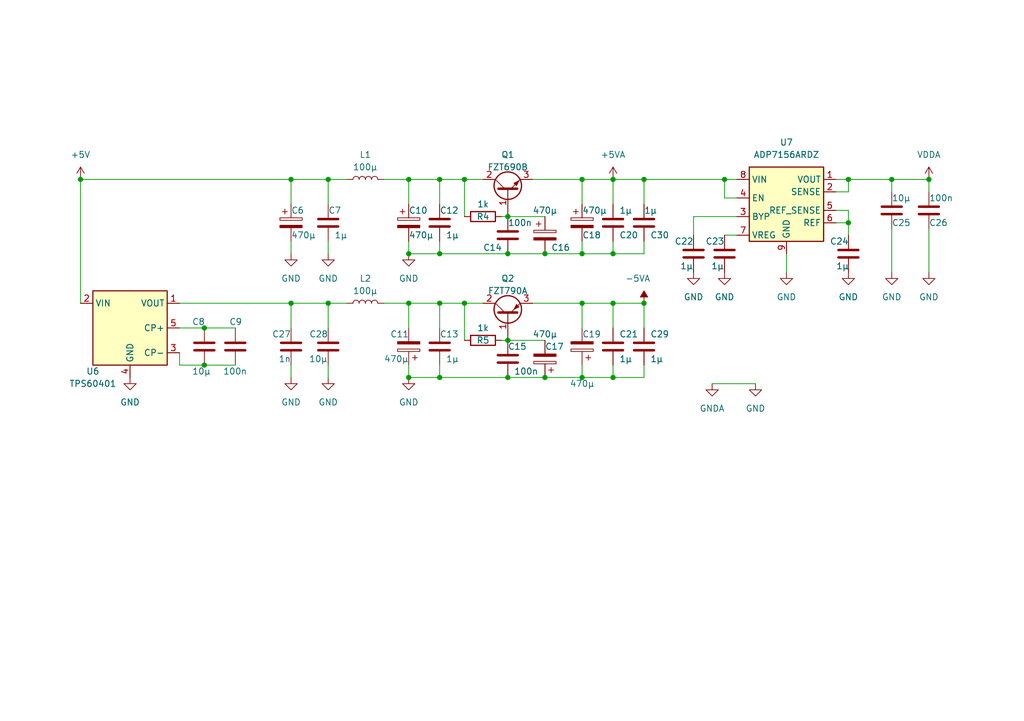
<source format=kicad_sch>
(kicad_sch (version 20230121) (generator eeschema)
  (paper "A5")
  (title_block (title "MISRC") (date "2024-01-13") (rev "0.0.6") (comment 1 "Power supply"))
  (lib_symbols
    (symbol "Device:C" (pin_numbers hide) (pin_names (offset 0.254))
      (property "Reference" "C" (at 0.635 2.54 0))
      (property "Value" "C" (at 0.635 -2.54 0))
      (symbol "C_0_1"
        (polyline (pts (xy -2.032 -0.762) (xy 2.032 -0.762)) (stroke (width 0.508)))
        (polyline (pts (xy -2.032 0.762) (xy 2.032 0.762)) (stroke (width 0.508)))
      )
      (symbol "C_1_1"
        (pin passive line (at 0 3.81 270) (length 2.794) (name "~") (number "1"))
        (pin passive line (at 0 -3.81 90) (length 2.794) (name "~") (number "2"))
      )
    )
    (symbol "Device:C_Polarized" (pin_numbers hide) (pin_names (offset 0.254))
      (property "Reference" "C" (at 0.635 2.54 0))
      (property "Value" "C_Polarized" (at 0.635 -2.54 0))
      (symbol "C_Polarized_0_1"
        (rectangle (start -2.286 0.508) (end 2.286 1.016))
        (polyline (pts (xy -1.778 2.286) (xy -0.762 2.286)))
        (polyline (pts (xy -1.27 2.794) (xy -1.27 1.778)))
        (rectangle (start 2.286 -0.508) (end -2.286 -1.016) (fill (type outline)))
      )
      (symbol "C_Polarized_1_1"
        (pin passive line (at 0 3.81 270) (length 2.794) (name "~") (number "1"))
        (pin passive line (at 0 -3.81 90) (length 2.794) (name "~") (number "2"))
      )
    )
    (symbol "Device:L" (pin_numbers hide) (pin_names (offset 1.016) hide)
      (property "Reference" "L" (at -1.27 0 90))
      (property "Value" "L" (at 1.905 0 90))
      (symbol "L_0_1"
        (arc (start 0 -2.54) (mid 0.6323 -1.905) (end 0 -1.27))
        (arc (start 0 -1.27) (mid 0.6323 -0.635) (end 0 0))
        (arc (start 0 0) (mid 0.6323 0.635) (end 0 1.27))
        (arc (start 0 1.27) (mid 0.6323 1.905) (end 0 2.54))
      )
      (symbol "L_1_1"
        (pin passive line (at 0 3.81 270) (length 1.27) (name "1") (number "1"))
        (pin passive line (at 0 -3.81 90) (length 1.27) (name "2") (number "2"))
      )
    )
    (symbol "Device:Q_NPN_BCE" (pin_names (offset 0) hide)
      (property "Reference" "Q" (at 5.08 1.27 0))
      (property "Value" "Q_NPN_BCE" (at 5.08 -1.27 0))
      (symbol "Q_NPN_BCE_0_1"
        (polyline (pts (xy 0.635 0.635) (xy 2.54 2.54)))
        (polyline (pts (xy 0.635 -0.635) (xy 2.54 -2.54) (xy 2.54 -2.54)))
        (polyline (pts (xy 0.635 1.905) (xy 0.635 -1.905) (xy 0.635 -1.905)) (stroke (width 0.508)))
        (polyline (pts (xy 1.27 -1.778) (xy 1.778 -1.27) (xy 2.286 -2.286) (xy 1.27 -1.778) (xy 1.27 -1.778)) (fill (type outline)))
        (circle (center 1.27 0) (radius 2.8194) (stroke (width 0.254)))
      )
      (symbol "Q_NPN_BCE_1_1"
        (pin input line (at -5.08 0 0) (length 5.715) (name "B") (number "1"))
        (pin passive line (at 2.54 5.08 270) (length 2.54) (name "C") (number "2"))
        (pin passive line (at 2.54 -5.08 90) (length 2.54) (name "E") (number "3"))
      )
    )
    (symbol "Device:Q_PNP_BCE" (pin_names (offset 0) hide)
      (property "Reference" "Q" (at 5.08 1.27 0))
      (property "Value" "Q_PNP_BCE" (at 5.08 -1.27 0))
      (symbol "Q_PNP_BCE_0_1"
        (polyline (pts (xy 0.635 0.635) (xy 2.54 2.54)))
        (polyline (pts (xy 0.635 -0.635) (xy 2.54 -2.54) (xy 2.54 -2.54)))
        (polyline (pts (xy 0.635 1.905) (xy 0.635 -1.905) (xy 0.635 -1.905)) (stroke (width 0.508)))
        (polyline (pts (xy 2.286 -1.778) (xy 1.778 -2.286) (xy 1.27 -1.27) (xy 2.286 -1.778) (xy 2.286 -1.778)) (fill (type outline)))
        (circle (center 1.27 0) (radius 2.8194) (stroke (width 0.254)))
      )
      (symbol "Q_PNP_BCE_1_1"
        (pin input line (at -5.08 0 0) (length 5.715) (name "B") (number "1"))
        (pin passive line (at 2.54 5.08 270) (length 2.54) (name "C") (number "2"))
        (pin passive line (at 2.54 -5.08 90) (length 2.54) (name "E") (number "3"))
      )
    )
    (symbol "Device:R" (pin_numbers hide) (pin_names (offset 0))
      (property "Reference" "R" (at 2.032 0 90))
      (property "Value" "R" (at 0 0 90))
      (symbol "R_0_1"
        (rectangle (start -1.016 -2.54) (end 1.016 2.54) (stroke (width 0.254)))
      )
      (symbol "R_1_1"
        (pin passive line (at 0 3.81 270) (length 1.27) (name "~") (number "1"))
        (pin passive line (at 0 -3.81 90) (length 1.27) (name "~") (number "2"))
      )
    )
    (symbol "adp7156:ADP7156ARDZ"
      (property "Reference" "U" (at 0 12.7 0))
      (property "Value" "ADP7156ARDZ" (at 0 8.89 0))
      (symbol "ADP7156ARDZ_0_1"
        (rectangle (start -7.62 7.62) (end 7.62 -7.62) (stroke (width 0.254)) (fill (type background)))
      )
      (symbol "ADP7156ARDZ_1_1"
        (pin power_out line (at 10.16 5.08 180) (length 2.54) (name "VOUT") (number "1"))
        (pin power_out line (at 10.16 2.54 180) (length 2.54) (name "SENSE") (number "2"))
        (pin input line (at -10.16 -2.54 0) (length 2.54) (name "BYP") (number "3"))
        (pin power_in line (at -10.16 1.27 0) (length 2.54) (name "EN") (number "4"))
        (pin input line (at 10.16 -1.27 180) (length 2.54) (name "REF_SENSE") (number "5"))
        (pin input line (at 10.16 -3.81 180) (length 2.54) (name "REF") (number "6"))
        (pin power_in line (at -10.16 -6.35 0) (length 2.54) (name "VREG") (number "7"))
        (pin power_in line (at -10.16 5.08 0) (length 2.54) (name "VIN") (number "8"))
        (pin power_in line (at 0 -10.16 90) (length 2.54) (name "GND") (number "9"))
      )
    )
    (symbol "power:+5V" (power) (pin_names (offset 0))
      (property "Value" "+5V" (at 0 3.556 0))
      (symbol "+5V_0_1"
        (polyline (pts (xy -0.762 1.27) (xy 0 2.54)))
        (polyline (pts (xy 0 0) (xy 0 2.54)))
        (polyline (pts (xy 0 2.54) (xy 0.762 1.27)))
      )
      (symbol "+5V_1_1"
        (pin power_in line (at 0 0 90) (length 0) hide (name "+5V") (number "1"))
      )
    )
    (symbol "power:+5VA" (power) (pin_names (offset 0))
      (property "Value" "+5VA" (at 0 3.556 0))
      (symbol "+5VA_0_1"
        (polyline (pts (xy -0.762 1.27) (xy 0 2.54)))
        (polyline (pts (xy 0 0) (xy 0 2.54)))
        (polyline (pts (xy 0 2.54) (xy 0.762 1.27)))
      )
      (symbol "+5VA_1_1"
        (pin power_in line (at 0 0 90) (length 0) hide (name "+5VA") (number "1"))
      )
    )
    (symbol "power:-5VA" (power) (pin_names (offset 0))
      (property "Value" "-5VA" (at 0 3.81 0))
      (symbol "-5VA_0_0"
        (pin power_in line (at 0 0 90) (length 0) hide (name "-5VA") (number "1"))
      )
      (symbol "-5VA_0_1"
        (polyline (pts (xy 0 0) (xy 0 1.27) (xy 0.762 1.27) (xy 0 2.54) (xy -0.762 1.27) (xy 0 1.27)) (fill (type outline)))
      )
    )
    (symbol "power:GND" (power) (pin_names (offset 0))
      (property "Value" "GND" (at 0 -3.81 0))
      (symbol "GND_0_1"
        (polyline (pts (xy 0 0) (xy 0 -1.27) (xy 1.27 -1.27) (xy 0 -2.54) (xy -1.27 -1.27) (xy 0 -1.27)))
      )
      (symbol "GND_1_1"
        (pin power_in line (at 0 0 270) (length 0) hide (name "GND") (number "1"))
      )
    )
    (symbol "power:GNDA" (power) (pin_names (offset 0))
      (property "Value" "GNDA" (at 0 -3.81 0))
      (symbol "GNDA_0_1"
        (polyline (pts (xy 0 0) (xy 0 -1.27) (xy 1.27 -1.27) (xy 0 -2.54) (xy -1.27 -1.27) (xy 0 -1.27)))
      )
      (symbol "GNDA_1_1"
        (pin power_in line (at 0 0 270) (length 0) hide (name "GNDA") (number "1"))
      )
    )
    (symbol "power:VDDA" (power) (pin_names (offset 0))
      (property "Value" "VDDA" (at 0 3.81 0))
      (symbol "VDDA_0_1"
        (polyline (pts (xy -0.762 1.27) (xy 0 2.54)))
        (polyline (pts (xy 0 0) (xy 0 2.54)))
        (polyline (pts (xy 0 2.54) (xy 0.762 1.27)))
      )
      (symbol "VDDA_1_1"
        (pin power_in line (at 0 0 90) (length 0) hide (name "VDDA") (number "1"))
      )
    )
    (symbol "tps6040x:TPS6040x"
      (property "Reference" "U" (at -7.62 10.16 0))
      (property "Value" "TPS6040x" (at 5.08 10.16 0))
      (symbol "TPS6040x_0_1"
        (rectangle (start -7.62 7.62) (end 7.62 -7.62) (stroke (width 0.254)) (fill (type background)))
      )
      (symbol "TPS6040x_1_1"
        (pin power_out line (at 10.16 5.08 180) (length 2.54) (name "VOUT") (number "1"))
        (pin power_in line (at -10.16 5.08 0) (length 2.54) (name "VIN") (number "2"))
        (pin passive line (at 10.16 -5.08 180) (length 2.54) (name "CP-") (number "3"))
        (pin power_in line (at 0 -10.16 90) (length 2.54) (name "GND") (number "4"))
        (pin passive line (at 10.16 0 180) (length 2.54) (name "CP+") (number "5"))
      )
    )
  )
  (junction (at 41.91 74.93))
  (junction (at 59.69 62.23))
  (junction (at 125.73 77.47))
  (junction (at 104.14 52.07))
  (junction (at 104.14 77.47))
  (junction (at 41.91 67.31))
  (junction (at 83.82 77.47))
  (junction (at 119.38 36.83))
  (junction (at 67.31 62.23))
  (junction (at 132.08 62.23))
  (junction (at 104.14 69.85))
  (junction (at 190.5 36.83))
  (junction (at 119.38 52.07))
  (junction (at 67.31 36.83))
  (junction (at 95.25 36.83))
  (junction (at 132.08 36.83))
  (junction (at 83.82 62.23))
  (junction (at 119.38 77.47))
  (junction (at 90.17 36.83))
  (junction (at 182.88 36.83))
  (junction (at 16.51 36.83))
  (junction (at 125.73 62.23))
  (junction (at 173.99 45.72))
  (junction (at 173.99 36.83))
  (junction (at 104.14 44.45))
  (junction (at 125.73 52.07))
  (junction (at 83.82 36.83))
  (junction (at 148.59 36.83))
  (junction (at 111.76 52.07))
  (junction (at 125.73 36.83))
  (junction (at 90.17 52.07))
  (junction (at 90.17 77.47))
  (junction (at 95.25 62.23))
  (junction (at 111.76 77.47))
  (junction (at 83.82 52.07))
  (junction (at 90.17 62.23))
  (junction (at 59.69 36.83))
  (junction (at 119.38 62.23))
  (wire (pts (xy 83.82 74.93) (xy 83.82 77.47)))
  (wire (pts (xy 171.45 43.18) (xy 173.99 43.18)))
  (wire (pts (xy 36.83 67.31) (xy 41.91 67.31)))
  (wire (pts (xy 83.82 77.47) (xy 90.17 77.47)))
  (wire (pts (xy 36.83 62.23) (xy 59.69 62.23)))
  (wire (pts (xy 125.73 36.83) (xy 132.08 36.83)))
  (wire (pts (xy 59.69 74.93) (xy 59.69 77.47)))
  (wire (pts (xy 90.17 36.83) (xy 90.17 41.91)))
  (wire (pts (xy 95.25 36.83) (xy 99.06 36.83)))
  (wire (pts (xy 125.73 62.23) (xy 132.08 62.23)))
  (wire (pts (xy 83.82 36.83) (xy 83.82 41.91)))
  (wire (pts (xy 119.38 77.47) (xy 125.73 77.47)))
  (wire (pts (xy 132.08 52.07) (xy 132.08 49.53)))
  (wire (pts (xy 119.38 62.23) (xy 119.38 67.31)))
  (wire (pts (xy 190.5 46.99) (xy 190.5 55.88)))
  (wire (pts (xy 78.74 62.23) (xy 83.82 62.23)))
  (wire (pts (xy 83.82 62.23) (xy 83.82 67.31)))
  (wire (pts (xy 36.83 72.39) (xy 36.83 74.93)))
  (wire (pts (xy 119.38 36.83) (xy 119.38 41.91)))
  (wire (pts (xy 111.76 77.47) (xy 119.38 77.47)))
  (wire (pts (xy 59.69 62.23) (xy 59.69 67.31)))
  (wire (pts (xy 132.08 77.47) (xy 132.08 74.93)))
  (wire (pts (xy 104.14 44.45) (xy 111.76 44.45)))
  (wire (pts (xy 125.73 52.07) (xy 125.73 49.53)))
  (wire (pts (xy 109.22 36.83) (xy 119.38 36.83)))
  (wire (pts (xy 104.14 77.47) (xy 111.76 77.47)))
  (wire (pts (xy 119.38 74.93) (xy 119.38 77.47)))
  (wire (pts (xy 16.51 36.83) (xy 59.69 36.83)))
  (wire (pts (xy 125.73 77.47) (xy 125.73 74.93)))
  (wire (pts (xy 90.17 62.23) (xy 95.25 62.23)))
  (wire (pts (xy 171.45 39.37) (xy 173.99 39.37)))
  (wire (pts (xy 148.59 36.83) (xy 151.13 36.83)))
  (wire (pts (xy 90.17 62.23) (xy 90.17 67.31)))
  (wire (pts (xy 67.31 36.83) (xy 67.31 41.91)))
  (wire (pts (xy 90.17 52.07) (xy 104.14 52.07)))
  (wire (pts (xy 67.31 49.53) (xy 67.31 52.07)))
  (wire (pts (xy 59.69 36.83) (xy 59.69 41.91)))
  (wire (pts (xy 190.5 36.83) (xy 190.5 39.37)))
  (wire (pts (xy 148.59 40.64) (xy 148.59 36.83)))
  (wire (pts (xy 119.38 52.07) (xy 125.73 52.07)))
  (wire (pts (xy 182.88 36.83) (xy 182.88 39.37)))
  (wire (pts (xy 111.76 52.07) (xy 119.38 52.07)))
  (wire (pts (xy 59.69 49.53) (xy 59.69 52.07)))
  (wire (pts (xy 142.24 44.45) (xy 142.24 48.26)))
  (wire (pts (xy 148.59 48.26) (xy 151.13 48.26)))
  (wire (pts (xy 83.82 49.53) (xy 83.82 52.07)))
  (wire (pts (xy 16.51 36.83) (xy 16.51 62.23)))
  (wire (pts (xy 132.08 36.83) (xy 148.59 36.83)))
  (wire (pts (xy 95.25 62.23) (xy 99.06 62.23)))
  (wire (pts (xy 173.99 36.83) (xy 182.88 36.83)))
  (wire (pts (xy 173.99 36.83) (xy 171.45 36.83)))
  (wire (pts (xy 182.88 36.83) (xy 190.5 36.83)))
  (wire (pts (xy 161.29 55.88) (xy 161.29 52.07)))
  (wire (pts (xy 125.73 52.07) (xy 132.08 52.07)))
  (wire (pts (xy 67.31 62.23) (xy 67.31 67.31)))
  (wire (pts (xy 132.08 36.83) (xy 132.08 41.91)))
  (wire (pts (xy 102.87 69.85) (xy 104.14 69.85)))
  (wire (pts (xy 125.73 36.83) (xy 125.73 41.91)))
  (wire (pts (xy 78.74 36.83) (xy 83.82 36.83)))
  (wire (pts (xy 95.25 62.23) (xy 95.25 69.85)))
  (wire (pts (xy 171.45 45.72) (xy 173.99 45.72)))
  (wire (pts (xy 67.31 74.93) (xy 67.31 77.47)))
  (wire (pts (xy 90.17 49.53) (xy 90.17 52.07)))
  (wire (pts (xy 151.13 44.45) (xy 142.24 44.45)))
  (wire (pts (xy 67.31 36.83) (xy 71.12 36.83)))
  (wire (pts (xy 90.17 74.93) (xy 90.17 77.47)))
  (wire (pts (xy 125.73 62.23) (xy 125.73 67.31)))
  (wire (pts (xy 95.25 44.45) (xy 95.25 36.83)))
  (wire (pts (xy 41.91 74.93) (xy 36.83 74.93)))
  (wire (pts (xy 173.99 39.37) (xy 173.99 36.83)))
  (wire (pts (xy 90.17 36.83) (xy 95.25 36.83)))
  (wire (pts (xy 119.38 36.83) (xy 125.73 36.83)))
  (wire (pts (xy 109.22 62.23) (xy 119.38 62.23)))
  (wire (pts (xy 104.14 52.07) (xy 111.76 52.07)))
  (wire (pts (xy 173.99 48.26) (xy 173.99 45.72)))
  (wire (pts (xy 59.69 62.23) (xy 67.31 62.23)))
  (wire (pts (xy 182.88 46.99) (xy 182.88 55.88)))
  (wire (pts (xy 125.73 77.47) (xy 132.08 77.47)))
  (wire (pts (xy 132.08 62.23) (xy 132.08 67.31)))
  (wire (pts (xy 102.87 44.45) (xy 104.14 44.45)))
  (wire (pts (xy 173.99 43.18) (xy 173.99 45.72)))
  (wire (pts (xy 104.14 69.85) (xy 111.76 69.85)))
  (wire (pts (xy 146.05 78.74) (xy 154.94 78.74)))
  (wire (pts (xy 83.82 52.07) (xy 90.17 52.07)))
  (wire (pts (xy 119.38 62.23) (xy 125.73 62.23)))
  (wire (pts (xy 41.91 67.31) (xy 48.26 67.31)))
  (wire (pts (xy 83.82 36.83) (xy 90.17 36.83)))
  (wire (pts (xy 67.31 36.83) (xy 59.69 36.83)))
  (wire (pts (xy 151.13 40.64) (xy 148.59 40.64)))
  (wire (pts (xy 90.17 77.47) (xy 104.14 77.47)))
  (wire (pts (xy 48.26 74.93) (xy 41.91 74.93)))
  (wire (pts (xy 83.82 62.23) (xy 90.17 62.23)))
  (wire (pts (xy 67.31 62.23) (xy 71.12 62.23)))
  (wire (pts (xy 119.38 49.53) (xy 119.38 52.07)))
  (symbol (lib_id "power:GND") (at 67.31 52.07 0) (unit 1)
    (property "Reference" "#PWR030" (effects hide))
    (property "Value" "GND" (at 67.31 57.15 0))
  )
  (symbol (lib_id "Device:C") (at 125.73 71.12 0) (unit 1)
    (property "Reference" "C21" (at 127 68.58 0) (effects (justify left)))
    (property "Value" "1µ" (at 127 73.66 0) (effects (justify left)))
    (property "Footprint" "Capacitor_SMD:C_0805_2012Metric" (effects hide))
  )
  (symbol (lib_id "Device:Q_PNP_BCE") (at 104.14 64.77 90) (unit 1)
    (property "Reference" "Q2" (at 104.14 57.15 90))
    (property "Value" "FZT790A" (at 104.14 59.69 90))
    (property "Footprint" "Package_TO_SOT_SMD:SOT-223-3_TabPin2" (effects hide))
  )
  (symbol (lib_id "Device:C_Polarized") (at 111.76 73.66 180) (unit 1)
    (property "Reference" "C17" (at 111.76 71.12 0) (effects (justify right)))
    (property "Value" "470µ" (at 109.22 68.58 0) (effects (justify right)))
    (property "Footprint" "CP_radial_flat:CP_Radial_Flat_D8.0mm_P3.50mm" (effects hide))
  )
  (symbol (lib_id "Device:L") (at 74.93 62.23 90) (unit 1)
    (property "Reference" "L2" (at 74.93 57.15 90))
    (property "Value" "100µ" (at 74.93 59.69 90))
    (property "Footprint" "Inductor_SMD:L_Bourns-SRU8043" (effects hide))
  )
  (symbol (lib_id "Device:C") (at 190.5 43.18 0) (unit 1)
    (property "Reference" "C26" (at 190.5 45.72 0) (effects (justify left)))
    (property "Value" "100n" (at 190.5 40.64 0) (effects (justify left)))
    (property "Footprint" "Capacitor_SMD:C_0805_2012Metric" (effects hide))
  )
  (symbol (lib_id "Device:C") (at 41.91 71.12 0) (unit 1)
    (property "Reference" "C8" (at 39.37 66.04 0) (effects (justify left)))
    (property "Value" "10µ" (at 39.37 76.2 0) (effects (justify left)))
    (property "Footprint" "Capacitor_SMD:C_0805_2012Metric" (effects hide))
  )
  (symbol (lib_id "Device:C") (at 148.59 52.07 180) (unit 1)
    (property "Reference" "C23" (at 148.59 49.53 0) (effects (justify left)))
    (property "Value" "1µ" (at 148.59 54.61 0) (effects (justify left)))
    (property "Footprint" "Capacitor_SMD:C_0805_2012Metric" (effects hide))
  )
  (symbol (lib_id "power:GNDA") (at 146.05 78.74 0) (unit 1)
    (property "Reference" "#PWR037" (effects hide))
    (property "Value" "GNDA" (at 146.05 83.82 0))
  )
  (symbol (lib_id "adp7156:ADP7156ARDZ") (at 161.29 41.91 0) (unit 1)
    (property "Reference" "U7" (at 161.29 29.21 0))
    (property "Value" "ADP7156ARDZ" (at 161.29 31.75 0))
    (property "Footprint" "Package_SO:SOIC-8-1EP_3.9x4.9mm_P1.27mm_EP2.29x3mm" (effects hide))
    (property "Datasheet" "https://www.analog.com/media/en/technical-documentation/data-sheets/ADP7156.pdf" (effects hide))
  )
  (symbol (lib_id "Device:C") (at 90.17 71.12 0) (unit 1)
    (property "Reference" "C13" (at 90.17 68.58 0) (effects (justify left)))
    (property "Value" "1µ" (at 91.44 73.66 0) (effects (justify left)))
    (property "Footprint" "Capacitor_SMD:C_0805_2012Metric" (effects hide))
  )
  (symbol (lib_id "Device:C") (at 90.17 45.72 0) (unit 1)
    (property "Reference" "C12" (at 90.17 43.18 0) (effects (justify left)))
    (property "Value" "1µ" (at 91.44 48.26 0) (effects (justify left)))
    (property "Footprint" "Capacitor_SMD:C_0805_2012Metric" (effects hide))
  )
  (symbol (lib_id "Device:C") (at 142.24 52.07 180) (unit 1)
    (property "Reference" "C22" (at 142.24 49.53 0) (effects (justify left)))
    (property "Value" "1µ" (at 142.24 54.61 0) (effects (justify left)))
    (property "Footprint" "Capacitor_SMD:C_0805_2012Metric" (effects hide))
  )
  (symbol (lib_id "power:GND") (at 83.82 52.07 0) (unit 1)
    (property "Reference" "#PWR031" (effects hide))
    (property "Value" "GND" (at 83.82 57.15 0))
  )
  (symbol (lib_id "Device:Q_NPN_BCE") (at 104.14 39.37 90) (unit 1)
    (property "Reference" "Q1" (at 104.14 31.75 90))
    (property "Value" "FZT690B" (at 104.14 34.29 90))
    (property "Footprint" "Package_TO_SOT_SMD:SOT-223-3_TabPin2" (effects hide))
  )
  (symbol (lib_id "power:GND") (at 161.29 55.88 0) (unit 1)
    (property "Reference" "#PWR038" (effects hide))
    (property "Value" "GND" (at 161.29 60.96 0))
  )
  (symbol (lib_id "Device:C") (at 132.08 45.72 0) (unit 1)
    (property "Reference" "C30" (at 133.35 48.26 0) (effects (justify left)))
    (property "Value" "1µ" (at 132.08 43.18 0) (effects (justify left)))
    (property "Footprint" "Capacitor_SMD:C_0805_2012Metric" (effects hide))
  )
  (symbol (lib_id "power:GND") (at 59.69 77.47 0) (unit 1)
    (property "Reference" "#PWR0239" (effects hide))
    (property "Value" "GND" (at 59.69 82.55 0))
  )
  (symbol (lib_id "Device:C") (at 173.99 52.07 0) (unit 1)
    (property "Reference" "C24" (at 170.18 49.53 0) (effects (justify left)))
    (property "Value" "1µ" (at 171.45 54.61 0) (effects (justify left)))
    (property "Footprint" "Capacitor_SMD:C_0805_2012Metric" (effects hide))
  )
  (symbol (lib_id "Device:C_Polarized") (at 83.82 71.12 180) (unit 1)
    (property "Reference" "C11" (at 80.01 68.58 0) (effects (justify right)))
    (property "Value" "470µ" (at 78.74 73.66 0) (effects (justify right)))
    (property "Footprint" "CP_radial_flat:CP_Radial_FlatB_D8.0mm_P3.50mm" (effects hide))
  )
  (symbol (lib_id "power:VDDA") (at 190.5 36.83 0) (unit 1)
    (property "Reference" "#PWR042" (effects hide))
    (property "Value" "VDDA" (at 190.5 31.75 0))
  )
  (symbol (lib_id "Device:C") (at 182.88 43.18 0) (unit 1)
    (property "Reference" "C25" (at 182.88 45.72 0) (effects (justify left)))
    (property "Value" "10µ" (at 182.88 40.64 0) (effects (justify left)))
    (property "Footprint" "Capacitor_SMD:C_0805_2012Metric" (effects hide))
  )
  (symbol (lib_id "Device:C") (at 104.14 48.26 0) (unit 1)
    (property "Reference" "C14" (at 99.06 50.8 0) (effects (justify left)))
    (property "Value" "100n" (at 104.14 45.72 0) (effects (justify left)))
    (property "Footprint" "Capacitor_SMD:C_0805_2012Metric" (effects hide))
  )
  (symbol (lib_id "power:GND") (at 154.94 78.74 0) (unit 1)
    (property "Reference" "#PWR039" (effects hide))
    (property "Value" "GND" (at 154.94 83.82 0))
  )
  (symbol (lib_id "Device:C") (at 59.69 71.12 180) (unit 1)
    (property "Reference" "C27" (at 59.69 68.58 0) (effects (justify left)))
    (property "Value" "1n" (at 59.69 73.66 0) (effects (justify left)))
    (property "Footprint" "Capacitor_SMD:C_0805_2012Metric" (effects hide))
  )
  (symbol (lib_id "power:+5V") (at 16.51 36.83 0) (unit 1)
    (property "Reference" "#PWR027" (effects hide))
    (property "Value" "+5V" (at 16.51 31.75 0))
  )
  (symbol (lib_id "Device:L") (at 74.93 36.83 90) (unit 1)
    (property "Reference" "L1" (at 74.93 31.75 90))
    (property "Value" "100µ" (at 74.93 34.29 90))
    (property "Footprint" "Inductor_SMD:L_Bourns-SRU8043" (effects hide))
  )
  (symbol (lib_id "power:+5VA") (at 125.73 36.83 0) (unit 1)
    (property "Reference" "#PWR033" (effects hide))
    (property "Value" "+5VA" (at 125.73 31.75 0))
  )
  (symbol (lib_id "Device:R") (at 99.06 44.45 90) (unit 1)
    (property "Reference" "R4" (at 99.06 44.45 90))
    (property "Value" "1k" (at 99.06 41.91 90))
    (property "Footprint" "Resistor_SMD:R_0805_2012Metric" (effects hide))
  )
  (symbol (lib_id "power:GND") (at 173.99 55.88 0) (unit 1)
    (property "Reference" "#PWR040" (effects hide))
    (property "Value" "GND" (at 173.99 60.96 0))
  )
  (symbol (lib_id "Device:C") (at 67.31 71.12 180) (unit 1)
    (property "Reference" "C28" (at 67.31 68.58 0) (effects (justify left)))
    (property "Value" "10µ" (at 67.31 73.66 0) (effects (justify left)))
    (property "Footprint" "Capacitor_SMD:C_0805_2012Metric" (effects hide))
  )
  (symbol (lib_id "Device:R") (at 99.06 69.85 90) (unit 1)
    (property "Reference" "R5" (at 99.06 69.85 90))
    (property "Value" "1k" (at 99.06 67.31 90))
    (property "Footprint" "Resistor_SMD:R_0805_2012Metric" (effects hide))
  )
  (symbol (lib_id "power:GND") (at 182.88 55.88 0) (unit 1)
    (property "Reference" "#PWR041" (effects hide))
    (property "Value" "GND" (at 182.88 60.96 0))
  )
  (symbol (lib_id "power:GND") (at 59.69 52.07 0) (unit 1)
    (property "Reference" "#PWR028" (effects hide))
    (property "Value" "GND" (at 59.69 57.15 0))
  )
  (symbol (lib_id "power:GND") (at 83.82 77.47 0) (unit 1)
    (property "Reference" "#PWR032" (effects hide))
    (property "Value" "GND" (at 83.82 82.55 0))
  )
  (symbol (lib_id "Device:C_Polarized") (at 119.38 71.12 180) (unit 1)
    (property "Reference" "C19" (at 119.38 68.58 0) (effects (justify right)))
    (property "Value" "470µ" (at 116.84 78.74 0) (effects (justify right)))
    (property "Footprint" "CP_radial_flat:CP_Radial_FlatB_D8.0mm_P3.50mm" (effects hide))
  )
  (symbol (lib_id "power:GND") (at 142.24 55.88 0) (unit 1)
    (property "Reference" "#PWR035" (effects hide))
    (property "Value" "GND" (at 142.24 60.96 0))
  )
  (symbol (lib_id "Device:C") (at 104.14 73.66 0) (unit 1)
    (property "Reference" "C15" (at 104.14 71.12 0) (effects (justify left)))
    (property "Value" "100n" (at 105.41 76.2 0) (effects (justify left)))
    (property "Footprint" "Capacitor_SMD:C_0805_2012Metric" (effects hide))
  )
  (symbol (lib_id "power:GND") (at 148.59 55.88 0) (unit 1)
    (property "Reference" "#PWR036" (effects hide))
    (property "Value" "GND" (at 148.59 60.96 0))
  )
  (symbol (lib_id "Device:C") (at 125.73 45.72 0) (unit 1)
    (property "Reference" "C20" (at 127 48.26 0) (effects (justify left)))
    (property "Value" "1µ" (at 127 43.18 0) (effects (justify left)))
    (property "Footprint" "Capacitor_SMD:C_0805_2012Metric" (effects hide))
  )
  (symbol (lib_id "Device:C_Polarized") (at 119.38 45.72 0) (unit 1)
    (property "Reference" "C18" (at 119.38 48.26 0) (effects (justify left)))
    (property "Value" "470µ" (at 109.22 43.18 0) (effects (justify left)))
    (property "Footprint" "CP_radial_flat:CP_Radial_Flat_D8.0mm_P3.50mm" (effects hide))
  )
  (symbol (lib_id "Device:C") (at 67.31 45.72 0) (unit 1)
    (property "Reference" "C7" (at 67.31 43.18 0) (effects (justify left)))
    (property "Value" "1µ" (at 68.58 48.26 0) (effects (justify left)))
    (property "Footprint" "Capacitor_SMD:C_0805_2012Metric" (effects hide))
  )
  (symbol (lib_id "Device:C") (at 48.26 71.12 0) (unit 1)
    (property "Reference" "C9" (at 46.99 66.04 0) (effects (justify left)))
    (property "Value" "100n" (at 45.72 76.2 0) (effects (justify left)))
    (property "Footprint" "Capacitor_SMD:C_0805_2012Metric" (effects hide))
  )
  (symbol (lib_id "Device:C") (at 132.08 71.12 0) (unit 1)
    (property "Reference" "C29" (at 133.35 68.58 0) (effects (justify left)))
    (property "Value" "1µ" (at 133.35 73.66 0) (effects (justify left)))
    (property "Footprint" "Capacitor_SMD:C_0805_2012Metric" (effects hide))
  )
  (symbol (lib_id "Device:C_Polarized") (at 83.82 45.72 0) (unit 1)
    (property "Reference" "C10" (at 83.82 43.18 0) (effects (justify left)))
    (property "Value" "470µ" (at 83.82 48.26 0) (effects (justify left)))
    (property "Footprint" "CP_radial_flat:CP_Radial_Flat_D8.0mm_P3.50mm" (effects hide))
  )
  (symbol (lib_id "Device:C_Polarized") (at 111.76 48.26 0) (unit 1)
    (property "Reference" "C16" (at 113.03 50.8 0) (effects (justify left)))
    (property "Value" "470µ" (at 119.38 43.18 0) (effects (justify left)))
    (property "Footprint" "CP_radial_flat:CP_Radial_FlatB_D8.0mm_P3.50mm" (effects hide))
  )
  (symbol (lib_id "power:GND") (at 190.5 55.88 0) (unit 1)
    (property "Reference" "#PWR043" (effects hide))
    (property "Value" "GND" (at 190.5 60.96 0))
  )
  (symbol (lib_id "power:GND") (at 26.67 77.47 0) (unit 1)
    (property "Reference" "#PWR029" (effects hide))
    (property "Value" "GND" (at 26.67 82.55 0))
  )
  (symbol (lib_id "power:-5VA") (at 132.08 62.23 0) (unit 1)
    (property "Reference" "#PWR034" (effects hide))
    (property "Value" "-5VA" (at 130.81 57.15 0))
  )
  (symbol (lib_id "tps6040x:TPS6040x") (at 26.67 67.31 0) (unit 1)
    (property "Reference" "U6" (at 19.05 76.2 0))
    (property "Value" "TPS60401" (at 19.05 78.74 0))
    (property "Footprint" "Package_TO_SOT_SMD:SOT-23-5" (effects hide))
    (property "Datasheet" "https://www.ti.com/lit/gpn/tps60401" (effects hide))
  )
  (symbol (lib_id "power:GND") (at 67.31 77.47 0) (unit 1)
    (property "Reference" "#PWR0240" (effects hide))
    (property "Value" "GND" (at 67.31 82.55 0))
  )
  (symbol (lib_id "Device:C_Polarized") (at 59.69 45.72 0) (unit 1)
    (property "Reference" "C6" (at 59.69 43.18 0) (effects (justify left)))
    (property "Value" "470µ" (at 59.69 48.26 0) (effects (justify left)))
    (property "Footprint" "CP_radial_flat:CP_Radial_FlatB_D8.0mm_P3.50mm" (effects hide))
  )
)
</source>
